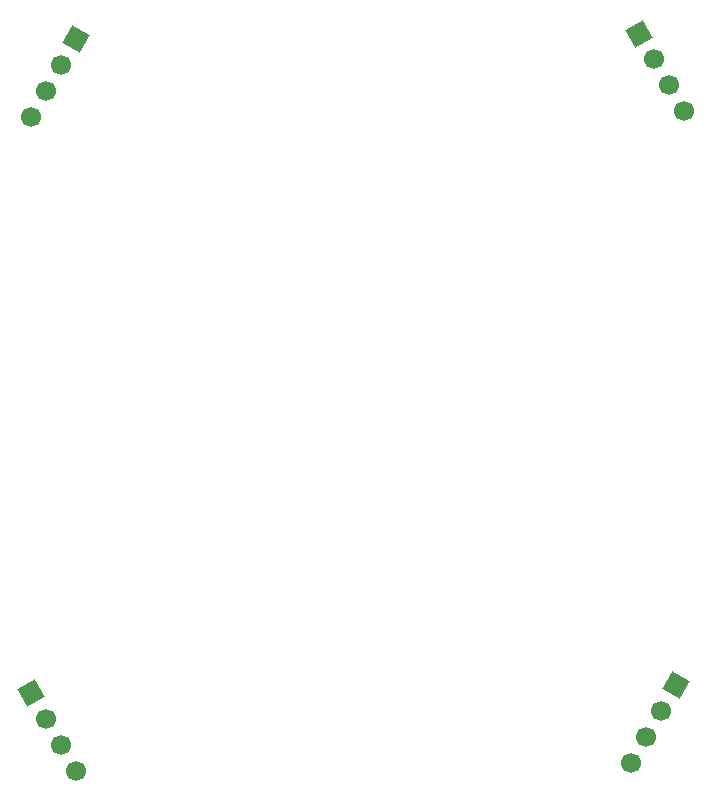
<source format=gbs>
G04 #@! TF.GenerationSoftware,KiCad,Pcbnew,6.0.5-a6ca702e91~116~ubuntu22.04.1*
G04 #@! TF.CreationDate,2022-07-22T23:48:50-06:00*
G04 #@! TF.ProjectId,catan_board,63617461-6e5f-4626-9f61-72642e6b6963,rev?*
G04 #@! TF.SameCoordinates,Original*
G04 #@! TF.FileFunction,Soldermask,Bot*
G04 #@! TF.FilePolarity,Negative*
%FSLAX46Y46*%
G04 Gerber Fmt 4.6, Leading zero omitted, Abs format (unit mm)*
G04 Created by KiCad (PCBNEW 6.0.5-a6ca702e91~116~ubuntu22.04.1) date 2022-07-22 23:48:50*
%MOMM*%
%LPD*%
G01*
G04 APERTURE LIST*
G04 Aperture macros list*
%AMHorizOval*
0 Thick line with rounded ends*
0 $1 width*
0 $2 $3 position (X,Y) of the first rounded end (center of the circle)*
0 $4 $5 position (X,Y) of the second rounded end (center of the circle)*
0 Add line between two ends*
20,1,$1,$2,$3,$4,$5,0*
0 Add two circle primitives to create the rounded ends*
1,1,$1,$2,$3*
1,1,$1,$4,$5*%
%AMRotRect*
0 Rectangle, with rotation*
0 The origin of the aperture is its center*
0 $1 length*
0 $2 width*
0 $3 Rotation angle, in degrees counterclockwise*
0 Add horizontal line*
21,1,$1,$2,0,0,$3*%
G04 Aperture macros list end*
%ADD10RotRect,1.700000X1.700000X330.000000*%
%ADD11HorizOval,1.700000X0.000000X0.000000X0.000000X0.000000X0*%
%ADD12RotRect,1.700000X1.700000X30.000000*%
%ADD13HorizOval,1.700000X0.000000X0.000000X0.000000X0.000000X0*%
G04 APERTURE END LIST*
D10*
X114300000Y-62749104D03*
D11*
X113030000Y-64948809D03*
X111760000Y-67148513D03*
X110490000Y-69348218D03*
D12*
X110490000Y-118110000D03*
D13*
X111760000Y-120309705D03*
X113030000Y-122509409D03*
X114300000Y-124709114D03*
D12*
X161925000Y-62275591D03*
D13*
X163195000Y-64475296D03*
X164465000Y-66675000D03*
X165735000Y-68874705D03*
D10*
X165100000Y-117475000D03*
D11*
X163830000Y-119674705D03*
X162560000Y-121874409D03*
X161290000Y-124074114D03*
M02*

</source>
